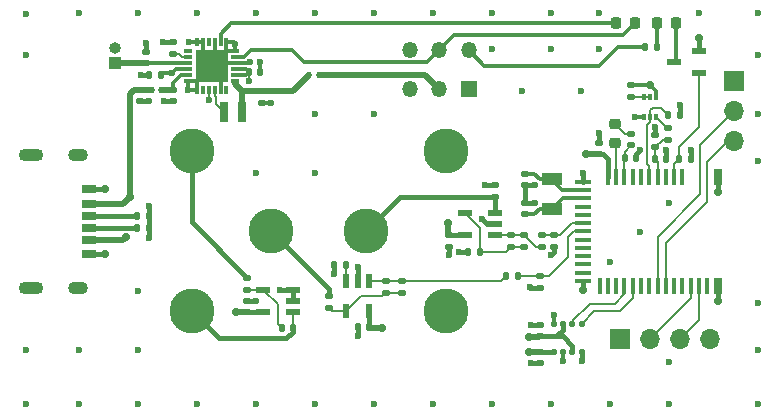
<source format=gtl>
%TF.GenerationSoftware,KiCad,Pcbnew,8.0.2-1*%
%TF.CreationDate,2024-09-30T14:56:41+09:00*%
%TF.ProjectId,gas_nrf52832,6761735f-6e72-4663-9532-3833322e6b69,rev?*%
%TF.SameCoordinates,Original*%
%TF.FileFunction,Copper,L1,Top*%
%TF.FilePolarity,Positive*%
%FSLAX46Y46*%
G04 Gerber Fmt 4.6, Leading zero omitted, Abs format (unit mm)*
G04 Created by KiCad (PCBNEW 8.0.2-1) date 2024-09-30 14:56:41*
%MOMM*%
%LPD*%
G01*
G04 APERTURE LIST*
G04 Aperture macros list*
%AMRoundRect*
0 Rectangle with rounded corners*
0 $1 Rounding radius*
0 $2 $3 $4 $5 $6 $7 $8 $9 X,Y pos of 4 corners*
0 Add a 4 corners polygon primitive as box body*
4,1,4,$2,$3,$4,$5,$6,$7,$8,$9,$2,$3,0*
0 Add four circle primitives for the rounded corners*
1,1,$1+$1,$2,$3*
1,1,$1+$1,$4,$5*
1,1,$1+$1,$6,$7*
1,1,$1+$1,$8,$9*
0 Add four rect primitives between the rounded corners*
20,1,$1+$1,$2,$3,$4,$5,0*
20,1,$1+$1,$4,$5,$6,$7,0*
20,1,$1+$1,$6,$7,$8,$9,0*
20,1,$1+$1,$8,$9,$2,$3,0*%
G04 Aperture macros list end*
%TA.AperFunction,SMDPad,CuDef*%
%ADD10RoundRect,0.135000X-0.185000X0.135000X-0.185000X-0.135000X0.185000X-0.135000X0.185000X0.135000X0*%
%TD*%
%TA.AperFunction,SMDPad,CuDef*%
%ADD11RoundRect,0.135000X-0.135000X-0.185000X0.135000X-0.185000X0.135000X0.185000X-0.135000X0.185000X0*%
%TD*%
%TA.AperFunction,SMDPad,CuDef*%
%ADD12R,0.800000X1.800000*%
%TD*%
%TA.AperFunction,SMDPad,CuDef*%
%ADD13RoundRect,0.140000X-0.170000X0.140000X-0.170000X-0.140000X0.170000X-0.140000X0.170000X0.140000X0*%
%TD*%
%TA.AperFunction,SMDPad,CuDef*%
%ADD14RoundRect,0.218750X-0.218750X-0.256250X0.218750X-0.256250X0.218750X0.256250X-0.218750X0.256250X0*%
%TD*%
%TA.AperFunction,ComponentPad*%
%ADD15R,1.000000X1.000000*%
%TD*%
%TA.AperFunction,ComponentPad*%
%ADD16O,1.000000X1.000000*%
%TD*%
%TA.AperFunction,ComponentPad*%
%ADD17R,1.700000X1.700000*%
%TD*%
%TA.AperFunction,ComponentPad*%
%ADD18O,1.700000X1.700000*%
%TD*%
%TA.AperFunction,SMDPad,CuDef*%
%ADD19R,1.800000X1.000000*%
%TD*%
%TA.AperFunction,SMDPad,CuDef*%
%ADD20RoundRect,0.140000X-0.140000X-0.170000X0.140000X-0.170000X0.140000X0.170000X-0.140000X0.170000X0*%
%TD*%
%TA.AperFunction,SMDPad,CuDef*%
%ADD21R,0.400000X0.500000*%
%TD*%
%TA.AperFunction,ComponentPad*%
%ADD22R,1.350000X1.350000*%
%TD*%
%TA.AperFunction,ComponentPad*%
%ADD23O,1.350000X1.350000*%
%TD*%
%TA.AperFunction,SMDPad,CuDef*%
%ADD24R,0.800000X0.300000*%
%TD*%
%TA.AperFunction,SMDPad,CuDef*%
%ADD25R,0.300000X0.800000*%
%TD*%
%TA.AperFunction,SMDPad,CuDef*%
%ADD26R,2.800000X2.800000*%
%TD*%
%TA.AperFunction,SMDPad,CuDef*%
%ADD27RoundRect,0.140000X0.140000X0.170000X-0.140000X0.170000X-0.140000X-0.170000X0.140000X-0.170000X0*%
%TD*%
%TA.AperFunction,SMDPad,CuDef*%
%ADD28RoundRect,0.140000X0.170000X-0.140000X0.170000X0.140000X-0.170000X0.140000X-0.170000X-0.140000X0*%
%TD*%
%TA.AperFunction,SMDPad,CuDef*%
%ADD29R,0.300000X0.492000*%
%TD*%
%TA.AperFunction,SMDPad,CuDef*%
%ADD30RoundRect,0.218750X0.256250X-0.218750X0.256250X0.218750X-0.256250X0.218750X-0.256250X-0.218750X0*%
%TD*%
%TA.AperFunction,SMDPad,CuDef*%
%ADD31R,1.200000X0.600000*%
%TD*%
%TA.AperFunction,SMDPad,CuDef*%
%ADD32RoundRect,0.125000X-0.125000X-0.137500X0.125000X-0.137500X0.125000X0.137500X-0.125000X0.137500X0*%
%TD*%
%TA.AperFunction,SMDPad,CuDef*%
%ADD33RoundRect,0.147500X-0.172500X0.147500X-0.172500X-0.147500X0.172500X-0.147500X0.172500X0.147500X0*%
%TD*%
%TA.AperFunction,SMDPad,CuDef*%
%ADD34R,0.800000X1.400000*%
%TD*%
%TA.AperFunction,SMDPad,CuDef*%
%ADD35R,0.400000X1.400000*%
%TD*%
%TA.AperFunction,SMDPad,CuDef*%
%ADD36R,1.400000X0.400000*%
%TD*%
%TA.AperFunction,SMDPad,CuDef*%
%ADD37RoundRect,0.135000X0.135000X0.185000X-0.135000X0.185000X-0.135000X-0.185000X0.135000X-0.185000X0*%
%TD*%
%TA.AperFunction,SMDPad,CuDef*%
%ADD38RoundRect,0.135000X0.185000X-0.135000X0.185000X0.135000X-0.185000X0.135000X-0.185000X-0.135000X0*%
%TD*%
%TA.AperFunction,SMDPad,CuDef*%
%ADD39R,1.250000X0.600000*%
%TD*%
%TA.AperFunction,SMDPad,CuDef*%
%ADD40RoundRect,0.218750X0.218750X0.256250X-0.218750X0.256250X-0.218750X-0.256250X0.218750X-0.256250X0*%
%TD*%
%TA.AperFunction,SMDPad,CuDef*%
%ADD41R,1.200000X0.700000*%
%TD*%
%TA.AperFunction,SMDPad,CuDef*%
%ADD42R,1.200000X0.760000*%
%TD*%
%TA.AperFunction,SMDPad,CuDef*%
%ADD43R,1.200000X0.800000*%
%TD*%
%TA.AperFunction,ComponentPad*%
%ADD44O,2.100000X1.100000*%
%TD*%
%TA.AperFunction,ComponentPad*%
%ADD45O,1.700000X1.100000*%
%TD*%
%TA.AperFunction,SMDPad,CuDef*%
%ADD46R,0.600000X1.200000*%
%TD*%
%TA.AperFunction,ComponentPad*%
%ADD47C,3.800000*%
%TD*%
%TA.AperFunction,ViaPad*%
%ADD48C,0.600000*%
%TD*%
%TA.AperFunction,ViaPad*%
%ADD49C,0.700000*%
%TD*%
%TA.AperFunction,Conductor*%
%ADD50C,0.400000*%
%TD*%
%TA.AperFunction,Conductor*%
%ADD51C,0.300000*%
%TD*%
%TA.AperFunction,Conductor*%
%ADD52C,0.500000*%
%TD*%
%TA.AperFunction,Conductor*%
%ADD53C,0.200000*%
%TD*%
G04 APERTURE END LIST*
D10*
X143825000Y-86765000D03*
X143825000Y-87785000D03*
D11*
X127985000Y-96660000D03*
X129005000Y-96660000D03*
D12*
X108850000Y-84795000D03*
X107250000Y-84795000D03*
D13*
X109220000Y-100795000D03*
X109220000Y-101755000D03*
D14*
X140512500Y-77300000D03*
X142087500Y-77300000D03*
D10*
X141775000Y-82500000D03*
X141775000Y-83520000D03*
D15*
X98080000Y-80640000D03*
D16*
X98080000Y-79370000D03*
D17*
X140820000Y-104000000D03*
D18*
X143360000Y-104000000D03*
X145900000Y-104000000D03*
X148440000Y-104000000D03*
D19*
X135050000Y-90500000D03*
X135050000Y-93000000D03*
D20*
X143795000Y-88800000D03*
X144755000Y-88800000D03*
D21*
X114510000Y-81710000D03*
X115310000Y-81710000D03*
D22*
X128000000Y-82900000D03*
D23*
X125500000Y-82900000D03*
X123000000Y-82900000D03*
X128000000Y-79600000D03*
X125500000Y-79600000D03*
X123000000Y-79600000D03*
D24*
X108250000Y-82170000D03*
X108250000Y-81670000D03*
X108250000Y-81170000D03*
X108250000Y-80670000D03*
X108250000Y-80170000D03*
X108250000Y-79670000D03*
D25*
X107500000Y-78920000D03*
X107000000Y-78920000D03*
X106500000Y-78920000D03*
X106000000Y-78920000D03*
X105500000Y-78920000D03*
X105000000Y-78920000D03*
D24*
X104250000Y-79670000D03*
X104250000Y-80170000D03*
X104250000Y-80670000D03*
X104250000Y-81170000D03*
X104250000Y-81670000D03*
X104250000Y-82170000D03*
D25*
X105000000Y-82920000D03*
X105500000Y-82920000D03*
X106000000Y-82920000D03*
X106500000Y-82920000D03*
X107000000Y-82920000D03*
X107500000Y-82920000D03*
D26*
X106250000Y-80920000D03*
D27*
X113125000Y-103125000D03*
X112165000Y-103125000D03*
D28*
X102950000Y-83895000D03*
X102950000Y-82935000D03*
D29*
X142850000Y-85200000D03*
X143350000Y-85200000D03*
X143850000Y-85200000D03*
X143850000Y-83532000D03*
X143350000Y-83532000D03*
X142850000Y-83532000D03*
D28*
X100175000Y-83895000D03*
X100175000Y-82935000D03*
D30*
X140400000Y-87437500D03*
X140400000Y-85862500D03*
D31*
X130220000Y-95260000D03*
X130220000Y-94310000D03*
X130220000Y-93360000D03*
X127720000Y-93360000D03*
X127720000Y-95260000D03*
D10*
X132695000Y-95250000D03*
X132695000Y-96270000D03*
D32*
X135190000Y-102765000D03*
X135990000Y-102765000D03*
X136790000Y-102765000D03*
X137590000Y-102765000D03*
X137590000Y-105140000D03*
X136790000Y-105140000D03*
X135990000Y-105140000D03*
X135190000Y-105140000D03*
D17*
X150500000Y-82235000D03*
D18*
X150500000Y-84775000D03*
X150500000Y-87315000D03*
D13*
X110475000Y-83080000D03*
X110475000Y-84040000D03*
D11*
X144890000Y-85050000D03*
X145910000Y-85050000D03*
D13*
X100710000Y-79710000D03*
X100710000Y-80670000D03*
D21*
X101200000Y-82945000D03*
X102000000Y-82945000D03*
D11*
X131190000Y-98700000D03*
X132210000Y-98700000D03*
D33*
X141750000Y-86665000D03*
X141750000Y-87635000D03*
D34*
X149100000Y-90327500D03*
D35*
X146100000Y-90327500D03*
X145400000Y-90327500D03*
X144700000Y-90327500D03*
X144000000Y-90327500D03*
X143300000Y-90327500D03*
X142600000Y-90327500D03*
X141900000Y-90327500D03*
X141200000Y-90327500D03*
X140500000Y-90327500D03*
X139800000Y-90327500D03*
D36*
X137700000Y-90727500D03*
X137700000Y-91427500D03*
X137700000Y-92127500D03*
X137700000Y-92827500D03*
X137700000Y-93527500D03*
X137700000Y-94227500D03*
X137700000Y-94927500D03*
X137700000Y-95627500D03*
X137700000Y-96327500D03*
X137700000Y-97027500D03*
X137700000Y-97727500D03*
X137700000Y-98427500D03*
X137700000Y-99127500D03*
D35*
X139100000Y-99527500D03*
X139800000Y-99527500D03*
X140500000Y-99527500D03*
X141200000Y-99527500D03*
X141900000Y-99527500D03*
X142600000Y-99527500D03*
X143300000Y-99527500D03*
X144000000Y-99527500D03*
X144700000Y-99527500D03*
X145400000Y-99527500D03*
X146100000Y-99527500D03*
X146800000Y-99527500D03*
X147500000Y-99527500D03*
X148200000Y-99527500D03*
D34*
X149100000Y-99527500D03*
D37*
X146850000Y-88800000D03*
X145830000Y-88800000D03*
D28*
X134010000Y-99680000D03*
X134010000Y-98720000D03*
D20*
X141220000Y-88750000D03*
X142180000Y-88750000D03*
D13*
X120970000Y-99145000D03*
X120970000Y-100105000D03*
D38*
X130220000Y-91990000D03*
X130220000Y-90970000D03*
X116200000Y-101435000D03*
X116200000Y-100415000D03*
D28*
X126320000Y-96215000D03*
X126320000Y-95255000D03*
D38*
X109220000Y-99860000D03*
X109220000Y-98840000D03*
D28*
X132800000Y-91000000D03*
X132800000Y-90040000D03*
D31*
X113120000Y-101750000D03*
X113120000Y-100800000D03*
X113120000Y-99850000D03*
X110620000Y-99850000D03*
X110620000Y-101750000D03*
D37*
X143960000Y-79300000D03*
X142940000Y-79300000D03*
D20*
X118600000Y-103050000D03*
X119560000Y-103050000D03*
D13*
X134065000Y-102840000D03*
X134065000Y-103800000D03*
D39*
X147525000Y-81550000D03*
X147525000Y-79640000D03*
X145425000Y-80595000D03*
D11*
X99940000Y-94625000D03*
X100960000Y-94625000D03*
D10*
X122400000Y-99140000D03*
X122400000Y-100160000D03*
D40*
X145537500Y-77300000D03*
X143962500Y-77300000D03*
D27*
X101930000Y-81695000D03*
X100970000Y-81695000D03*
D28*
X139000000Y-88380000D03*
X139000000Y-87420000D03*
D38*
X134200000Y-96265000D03*
X134200000Y-95245000D03*
D10*
X102985000Y-78920000D03*
X102985000Y-79940000D03*
D11*
X99940000Y-93600000D03*
X100960000Y-93600000D03*
D38*
X144925000Y-87175000D03*
X144925000Y-86155000D03*
D13*
X132800000Y-92520000D03*
X132800000Y-93480000D03*
D41*
X95900000Y-93610000D03*
D42*
X95900000Y-95630000D03*
D43*
X95900000Y-96860000D03*
D41*
X95900000Y-94610000D03*
D42*
X95900000Y-92590000D03*
D43*
X95900000Y-91360000D03*
D44*
X90950000Y-88490000D03*
X90950000Y-99730000D03*
D45*
X94950000Y-88490000D03*
X94950000Y-99730000D03*
D28*
X134065000Y-106095000D03*
X134065000Y-105135000D03*
D37*
X117650000Y-97750000D03*
X116630000Y-97750000D03*
D13*
X131630000Y-95260000D03*
X131630000Y-96220000D03*
D46*
X119550000Y-99150000D03*
X118600000Y-99150000D03*
X117650000Y-99150000D03*
X117650000Y-101650000D03*
X119550000Y-101650000D03*
D28*
X135270000Y-96215000D03*
X135270000Y-95255000D03*
D27*
X110350000Y-81420000D03*
X109390000Y-81420000D03*
D47*
X104550000Y-101650000D03*
X104550000Y-88150000D03*
X111300000Y-94900000D03*
X119300000Y-94900000D03*
X126050000Y-88150000D03*
X126050000Y-101650000D03*
D48*
X143825000Y-86075000D03*
X116625000Y-98550000D03*
X95000000Y-105000000D03*
X146850000Y-88025000D03*
X105500000Y-80070000D03*
X115000000Y-76450000D03*
X115000000Y-109500000D03*
X115000000Y-85000000D03*
X135990000Y-105865000D03*
X137500000Y-83000000D03*
X90500000Y-109500000D03*
X100000000Y-109500000D03*
X125000000Y-109500000D03*
X133265000Y-106095000D03*
X140000000Y-97500000D03*
X112020000Y-99850000D03*
X130000000Y-109500000D03*
X133600000Y-92500000D03*
X127195000Y-96635000D03*
X118600000Y-103825000D03*
X108250000Y-79020000D03*
X100000000Y-100000000D03*
X130000000Y-76450000D03*
X142526054Y-88024813D03*
X111305000Y-84040000D03*
X152500000Y-80000000D03*
X135000000Y-76450000D03*
X129375000Y-90975000D03*
X145000000Y-109500000D03*
X104350000Y-78895000D03*
X130000000Y-79500000D03*
X110350000Y-80620000D03*
X110000000Y-76450000D03*
X104250000Y-82945000D03*
X139000000Y-76450000D03*
X133230000Y-99670000D03*
X100960000Y-92760000D03*
X152500000Y-109500000D03*
X90500000Y-76500000D03*
X110000000Y-109500000D03*
X135190000Y-101965000D03*
D49*
X147525000Y-78525000D03*
D48*
X120000000Y-85000000D03*
X100000000Y-76450000D03*
X140000000Y-109500000D03*
X95000000Y-109500000D03*
X100275000Y-81695000D03*
D49*
X97210000Y-96870000D03*
D48*
X135000000Y-109500000D03*
X110000000Y-90000000D03*
X100000000Y-105000000D03*
X107000000Y-80070000D03*
X105000000Y-109500000D03*
X95000000Y-76450000D03*
X152500000Y-85000000D03*
X118600000Y-97950000D03*
X139000000Y-79500000D03*
X129106765Y-93898235D03*
X152500000Y-105000000D03*
X142050000Y-85200000D03*
X100975000Y-83895000D03*
X135000000Y-79500000D03*
X90500000Y-80000000D03*
X125000000Y-76450000D03*
X145000000Y-106000000D03*
X126320000Y-96960000D03*
X133265000Y-102845000D03*
D49*
X97210000Y-91380000D03*
X149100000Y-100850000D03*
D48*
X102150000Y-78895000D03*
X107000000Y-81670000D03*
X105000000Y-76450000D03*
X144750000Y-88025000D03*
X152500000Y-101000000D03*
X145000000Y-92500000D03*
X152500000Y-89000000D03*
X152500000Y-76450000D03*
X142500000Y-95000000D03*
X137700000Y-90000000D03*
X120000000Y-76450000D03*
X133600000Y-91000000D03*
D49*
X137700000Y-99900000D03*
D48*
X145925000Y-84225000D03*
X134965000Y-96950000D03*
X109995000Y-100800000D03*
X105500000Y-81670000D03*
X90510000Y-105000000D03*
X100725000Y-78945000D03*
D49*
X149100000Y-91600000D03*
D48*
X147500000Y-76450000D03*
X100950000Y-95450000D03*
X102175000Y-83895000D03*
X109465181Y-80607187D03*
X132500000Y-83000000D03*
X137590000Y-105870000D03*
X139000000Y-86600000D03*
X120000000Y-109500000D03*
X115000000Y-90000000D03*
D49*
X143330000Y-82500000D03*
X133096000Y-105156000D03*
X133096000Y-103886000D03*
X126238000Y-94234000D03*
X137922000Y-88392000D03*
X120650000Y-103124000D03*
X108340000Y-101740000D03*
D48*
X109400000Y-82220000D03*
X106000000Y-83820000D03*
X102865380Y-81535380D03*
D49*
X99300000Y-92025000D03*
X98985000Y-95435000D03*
D50*
X100960000Y-95440000D02*
X100950000Y-95450000D01*
D51*
X105500000Y-80170000D02*
X106200000Y-80870000D01*
D50*
X137700000Y-90000000D02*
X137700000Y-90727500D01*
X127220000Y-96660000D02*
X127195000Y-96635000D01*
X95900000Y-96870000D02*
X97210000Y-96870000D01*
X129106765Y-93898235D02*
X129518530Y-94310000D01*
X127985000Y-96660000D02*
X127220000Y-96660000D01*
X97210000Y-91380000D02*
X95910000Y-91380000D01*
X100970000Y-81695000D02*
X100275000Y-81695000D01*
D51*
X109465181Y-80607187D02*
X109402368Y-80670000D01*
X106250000Y-80920000D02*
X106250000Y-80920000D01*
D50*
X100960000Y-92760000D02*
X100960000Y-93600000D01*
X134065000Y-102840000D02*
X133270000Y-102840000D01*
X143825000Y-86765000D02*
X143825000Y-86075000D01*
X133270000Y-102840000D02*
X133265000Y-102845000D01*
X132800000Y-91000000D02*
X132800000Y-92520000D01*
X100175000Y-83895000D02*
X100975000Y-83895000D01*
X109990000Y-100795000D02*
X109995000Y-100800000D01*
D51*
X107000000Y-82920000D02*
X107000000Y-81670000D01*
X105500000Y-80170000D02*
X106250000Y-80920000D01*
D50*
X137700000Y-99127500D02*
X137700000Y-99900000D01*
D51*
X109402368Y-80670000D02*
X108250000Y-80670000D01*
D50*
X118600000Y-103050000D02*
X118600000Y-103825000D01*
D51*
X108150000Y-78920000D02*
X108250000Y-79020000D01*
D50*
X129518530Y-94310000D02*
X130220000Y-94310000D01*
D51*
X142850000Y-85200000D02*
X142050000Y-85200000D01*
X107000000Y-80070000D02*
X107000000Y-80170000D01*
X105000000Y-78920000D02*
X105500000Y-78920000D01*
X104250000Y-82945000D02*
X104975000Y-82945000D01*
X105500000Y-78920000D02*
X105500000Y-80170000D01*
D50*
X134010000Y-99680000D02*
X133240000Y-99680000D01*
X109220000Y-100795000D02*
X109990000Y-100795000D01*
X149100000Y-90327500D02*
X149100000Y-91600000D01*
X116630000Y-97750000D02*
X116630000Y-98545000D01*
D51*
X106250000Y-80870000D02*
X106250000Y-80920000D01*
X108250000Y-79670000D02*
X108250000Y-79020000D01*
X105500000Y-81670000D02*
X106250000Y-80920000D01*
X107500000Y-78920000D02*
X108150000Y-78920000D01*
D50*
X95910000Y-91380000D02*
X95900000Y-91370000D01*
D51*
X105000000Y-82170000D02*
X105500000Y-81670000D01*
D50*
X139000000Y-87420000D02*
X139000000Y-86600000D01*
X132800000Y-92520000D02*
X133580000Y-92520000D01*
X116630000Y-98545000D02*
X116625000Y-98550000D01*
X130220000Y-90970000D02*
X129380000Y-90970000D01*
D51*
X107000000Y-81670000D02*
X106250000Y-80920000D01*
X135190000Y-102765000D02*
X135190000Y-101965000D01*
X135990000Y-105140000D02*
X135990000Y-105865000D01*
D50*
X147525000Y-79640000D02*
X147525000Y-78525000D01*
X132800000Y-91000000D02*
X133600000Y-91000000D01*
X100710000Y-79710000D02*
X100710000Y-78960000D01*
X129380000Y-90970000D02*
X129375000Y-90975000D01*
D51*
X104250000Y-82170000D02*
X105000000Y-82170000D01*
X107000000Y-80170000D02*
X106250000Y-80920000D01*
D50*
X146850000Y-88800000D02*
X146850000Y-88025000D01*
D51*
X105000000Y-78920000D02*
X104375000Y-78920000D01*
X107500000Y-78920000D02*
X107500000Y-79670000D01*
D50*
X149100000Y-99527500D02*
X149100000Y-100850000D01*
X100960000Y-93600000D02*
X100960000Y-94625000D01*
X126320000Y-96215000D02*
X126320000Y-96960000D01*
X134965000Y-96950000D02*
X135270000Y-96645000D01*
X100960000Y-94625000D02*
X100960000Y-95440000D01*
D51*
X110350000Y-81420000D02*
X110350000Y-80620000D01*
X105000000Y-82920000D02*
X105000000Y-82170000D01*
X105500000Y-80070000D02*
X105500000Y-80170000D01*
X104375000Y-78920000D02*
X104350000Y-78895000D01*
X108250000Y-80670000D02*
X106500000Y-80670000D01*
D50*
X100710000Y-78960000D02*
X100725000Y-78945000D01*
X142526054Y-88024813D02*
X142180000Y-88370867D01*
X135270000Y-96645000D02*
X135270000Y-96215000D01*
X113120000Y-99850000D02*
X112020000Y-99850000D01*
X145910000Y-85050000D02*
X145910000Y-84240000D01*
X118600000Y-99150000D02*
X118600000Y-97950000D01*
X113120000Y-100800000D02*
X113120000Y-99850000D01*
D51*
X104975000Y-82945000D02*
X105000000Y-82920000D01*
X108250000Y-79670000D02*
X107500000Y-79670000D01*
X110475000Y-84040000D02*
X111305000Y-84040000D01*
X106500000Y-80670000D02*
X106250000Y-80920000D01*
D50*
X133240000Y-99680000D02*
X133230000Y-99670000D01*
X145910000Y-84240000D02*
X145925000Y-84225000D01*
X102985000Y-78920000D02*
X102175000Y-78920000D01*
X142180000Y-88370867D02*
X142180000Y-88750000D01*
D51*
X107100000Y-80070000D02*
X107000000Y-80070000D01*
X106200000Y-80870000D02*
X106250000Y-80870000D01*
X107500000Y-79670000D02*
X107100000Y-80070000D01*
D50*
X134065000Y-106095000D02*
X133265000Y-106095000D01*
X144755000Y-88030000D02*
X144750000Y-88025000D01*
X102175000Y-78920000D02*
X102150000Y-78895000D01*
D51*
X106500000Y-78920000D02*
X106500000Y-80670000D01*
D50*
X144755000Y-88800000D02*
X144755000Y-88030000D01*
X102175000Y-83895000D02*
X102950000Y-83895000D01*
X137590000Y-105140000D02*
X137590000Y-105870000D01*
D51*
X104250000Y-82170000D02*
X104250000Y-82945000D01*
X143850000Y-83020000D02*
X143850000Y-83532000D01*
X143330000Y-82500000D02*
X141775000Y-82500000D01*
D52*
X100710000Y-80670000D02*
X98110000Y-80670000D01*
D51*
X143330000Y-82500000D02*
X143850000Y-83020000D01*
D52*
X141780000Y-82495000D02*
X141775000Y-82500000D01*
X98110000Y-80670000D02*
X98080000Y-80640000D01*
D50*
X100685000Y-80645000D02*
X100710000Y-80670000D01*
D51*
X104250000Y-80670000D02*
X100710000Y-80670000D01*
X134019239Y-90500000D02*
X133559239Y-90040000D01*
X137700000Y-91427500D02*
X135927500Y-91427500D01*
X133559239Y-90040000D02*
X132800000Y-90040000D01*
X135927500Y-91427500D02*
X135050000Y-90550000D01*
X135050000Y-90550000D02*
X135050000Y-90500000D01*
X135050000Y-90500000D02*
X134019239Y-90500000D01*
X135972500Y-92127500D02*
X135100000Y-93000000D01*
X134019239Y-93000000D02*
X133539239Y-93480000D01*
X137700000Y-92127500D02*
X135972500Y-92127500D01*
X135050000Y-93000000D02*
X134019239Y-93000000D01*
D53*
X134900000Y-93150000D02*
X135050000Y-93000000D01*
D51*
X135100000Y-93000000D02*
X135050000Y-93000000D01*
X133539239Y-93480000D02*
X132800000Y-93480000D01*
D53*
X141200000Y-90327500D02*
X141200000Y-88770000D01*
X141220000Y-88165000D02*
X141750000Y-87635000D01*
X141220000Y-88750000D02*
X141220000Y-88165000D01*
X141200000Y-88770000D02*
X141220000Y-88750000D01*
D50*
X139800000Y-90327500D02*
X139800000Y-88800000D01*
D52*
X126238000Y-95173000D02*
X126320000Y-95255000D01*
D53*
X133840000Y-103905000D02*
X133940000Y-103805000D01*
D50*
X135185000Y-105135000D02*
X135190000Y-105140000D01*
X135990000Y-103245000D02*
X135435000Y-103800000D01*
D52*
X120650000Y-103124000D02*
X119634000Y-103124000D01*
D50*
X135435000Y-103800000D02*
X135970000Y-103800000D01*
D52*
X133979000Y-103886000D02*
X134065000Y-103800000D01*
D50*
X110615000Y-101755000D02*
X110620000Y-101750000D01*
X119560000Y-101660000D02*
X119550000Y-101650000D01*
D52*
X137922000Y-88392000D02*
X138988000Y-88392000D01*
D50*
X139800000Y-88800000D02*
X139380000Y-88380000D01*
X126320000Y-95255000D02*
X127715000Y-95255000D01*
X135970000Y-103800000D02*
X136790000Y-104620000D01*
D52*
X119634000Y-103124000D02*
X119560000Y-103050000D01*
X110610000Y-101760000D02*
X110620000Y-101750000D01*
X108340000Y-101740000D02*
X109205000Y-101740000D01*
D50*
X127715000Y-95255000D02*
X127720000Y-95260000D01*
X135990000Y-102765000D02*
X135990000Y-103245000D01*
X135435000Y-103800000D02*
X134065000Y-103800000D01*
X134065000Y-105135000D02*
X135185000Y-105135000D01*
D52*
X138980000Y-88400000D02*
X139000000Y-88380000D01*
X126238000Y-94234000D02*
X126238000Y-95173000D01*
X134044000Y-105156000D02*
X134065000Y-105135000D01*
D50*
X139810000Y-90317500D02*
X139800000Y-90327500D01*
D52*
X109205000Y-101740000D02*
X109220000Y-101755000D01*
D50*
X136790000Y-104620000D02*
X136790000Y-105140000D01*
D52*
X133096000Y-103886000D02*
X133979000Y-103886000D01*
D50*
X139380000Y-88380000D02*
X139000000Y-88380000D01*
X119560000Y-103050000D02*
X119560000Y-101660000D01*
X109220000Y-101755000D02*
X110615000Y-101755000D01*
D52*
X138988000Y-88392000D02*
X139000000Y-88380000D01*
X133096000Y-105156000D02*
X134044000Y-105156000D01*
D51*
X108250000Y-81670000D02*
X109140000Y-81670000D01*
D53*
X109390000Y-81420000D02*
X109390000Y-82210000D01*
D51*
X109140000Y-81170000D02*
X109390000Y-81420000D01*
D53*
X106000000Y-83820000D02*
X106000000Y-82920000D01*
X109390000Y-82210000D02*
X109400000Y-82220000D01*
D51*
X109140000Y-81670000D02*
X109390000Y-81420000D01*
X108250000Y-81170000D02*
X109140000Y-81170000D01*
X108983129Y-80170000D02*
X109558129Y-79595000D01*
X124475000Y-80625000D02*
X125500000Y-79600000D01*
X102865380Y-81535380D02*
X102089620Y-81535380D01*
X142087500Y-77300000D02*
X141087500Y-78300000D01*
X103230760Y-81170000D02*
X104250000Y-81170000D01*
X109558129Y-79595000D02*
X113050000Y-79595000D01*
X126800000Y-78300000D02*
X127090000Y-78300000D01*
X141087500Y-78300000D02*
X127090000Y-78300000D01*
X102865380Y-81535380D02*
X103230760Y-81170000D01*
X108250000Y-80170000D02*
X108983129Y-80170000D01*
X114080000Y-80625000D02*
X124475000Y-80625000D01*
X102089620Y-81535380D02*
X101930000Y-81695000D01*
X125500000Y-79600000D02*
X126800000Y-78300000D01*
X113050000Y-79595000D02*
X114080000Y-80625000D01*
D52*
X102940000Y-82945000D02*
X102950000Y-82935000D01*
D51*
X102950000Y-82370000D02*
X103650000Y-81670000D01*
X103650000Y-81670000D02*
X104250000Y-81670000D01*
X102950000Y-82935000D02*
X102950000Y-82370000D01*
D52*
X102000000Y-82945000D02*
X102940000Y-82945000D01*
X113140000Y-83080000D02*
X114510000Y-81710000D01*
X110475000Y-83080000D02*
X108860000Y-83080000D01*
X108850000Y-84795000D02*
X108850000Y-83190000D01*
X108860000Y-83080000D02*
X108850000Y-83070000D01*
X108850000Y-83070000D02*
X108250000Y-82470000D01*
X108850000Y-83190000D02*
X108850000Y-83070000D01*
X108250000Y-82270000D02*
X108250000Y-82470000D01*
X110475000Y-83080000D02*
X113140000Y-83080000D01*
D53*
X112165000Y-103125000D02*
X111845000Y-102805000D01*
X111845000Y-101075000D02*
X110620000Y-99850000D01*
X109230000Y-99850000D02*
X109220000Y-99860000D01*
X110620000Y-99850000D02*
X109230000Y-99850000D01*
X111845000Y-102805000D02*
X111845000Y-101075000D01*
D50*
X104550000Y-101650000D02*
X106890000Y-103990000D01*
D53*
X113120000Y-101750000D02*
X113120000Y-103120000D01*
D50*
X106890000Y-103990000D02*
X112569999Y-103990000D01*
D53*
X113125000Y-103225000D02*
X113125000Y-103125000D01*
X113120000Y-103120000D02*
X113125000Y-103125000D01*
D50*
X113125000Y-103434999D02*
X113125000Y-103125000D01*
X112569999Y-103990000D02*
X113125000Y-103434999D01*
D53*
X137697500Y-94225000D02*
X137700000Y-94227500D01*
X136772500Y-94227500D02*
X135745000Y-95255000D01*
X136772500Y-94227500D02*
X137700000Y-94227500D01*
X134310000Y-95085000D02*
X134135000Y-95085000D01*
X135745000Y-95255000D02*
X135270000Y-95255000D01*
X134200000Y-95245000D02*
X135260000Y-95245000D01*
X144925000Y-87175000D02*
X144435000Y-87175000D01*
X144000000Y-89005000D02*
X143795000Y-88800000D01*
X143825000Y-88770000D02*
X143795000Y-88800000D01*
X144435000Y-87175000D02*
X143825000Y-87785000D01*
X144000000Y-90327500D02*
X144000000Y-89005000D01*
X143825000Y-87785000D02*
X143825000Y-88770000D01*
X131620000Y-96220000D02*
X132645000Y-96220000D01*
X129005000Y-96660000D02*
X131180000Y-96660000D01*
X129005000Y-94645000D02*
X129005000Y-96660000D01*
X131180000Y-96660000D02*
X131620000Y-96220000D01*
X132645000Y-96220000D02*
X132695000Y-96270000D01*
X127720000Y-93360000D02*
X129005000Y-94645000D01*
X132685000Y-95260000D02*
X132695000Y-95250000D01*
X133710000Y-96265000D02*
X132695000Y-95250000D01*
X131630000Y-95260000D02*
X132685000Y-95260000D01*
X130220000Y-95260000D02*
X131630000Y-95260000D01*
X134200000Y-96265000D02*
X133710000Y-96265000D01*
X120970000Y-99145000D02*
X122395000Y-99145000D01*
X120965000Y-99150000D02*
X120970000Y-99145000D01*
X122395000Y-99145000D02*
X122400000Y-99140000D01*
X130750000Y-99140000D02*
X131190000Y-98700000D01*
X119550000Y-99150000D02*
X120965000Y-99150000D01*
X122400000Y-99140000D02*
X130750000Y-99140000D01*
X120970000Y-100105000D02*
X122345000Y-100105000D01*
X120970000Y-100105000D02*
X120650000Y-100425000D01*
X122345000Y-100105000D02*
X122400000Y-100160000D01*
X116415000Y-101650000D02*
X116200000Y-101435000D01*
X120650000Y-100425000D02*
X118875000Y-100425000D01*
X121025000Y-100160000D02*
X120970000Y-100105000D01*
X117650000Y-101650000D02*
X116415000Y-101650000D01*
X118875000Y-100425000D02*
X117650000Y-101650000D01*
X136400000Y-97100000D02*
X136400000Y-95427500D01*
X132230000Y-98720000D02*
X132210000Y-98700000D01*
X136900000Y-94927500D02*
X137700000Y-94927500D01*
X136400000Y-95427500D02*
X136900000Y-94927500D01*
X134780000Y-98720000D02*
X136400000Y-97100000D01*
X134010000Y-98720000D02*
X132230000Y-98720000D01*
X134780000Y-98720000D02*
X134010000Y-98720000D01*
D51*
X107900000Y-77295000D02*
X107000000Y-78195000D01*
X117845000Y-77295000D02*
X117850000Y-77300000D01*
X107900000Y-77295000D02*
X117845000Y-77295000D01*
X140512500Y-77300000D02*
X117850000Y-77300000D01*
X107000000Y-78195000D02*
X107000000Y-78920000D01*
X145537500Y-80482500D02*
X145425000Y-80595000D01*
X145537500Y-77300000D02*
X145537500Y-80482500D01*
X143960000Y-77302500D02*
X143962500Y-77300000D01*
X143960000Y-79300000D02*
X143960000Y-77302500D01*
D53*
X147625000Y-87650000D02*
X147625000Y-91750000D01*
X144000000Y-95375000D02*
X144000000Y-99527500D01*
X147625000Y-91750000D02*
X144000000Y-95375000D01*
X150500000Y-84775000D02*
X147625000Y-87650000D01*
X147525000Y-81550000D02*
X147525000Y-86100000D01*
X145400000Y-89230000D02*
X145400000Y-90327500D01*
X147525000Y-86100000D02*
X145830000Y-87795000D01*
X145830000Y-88800000D02*
X145400000Y-89230000D01*
X145830000Y-87795000D02*
X145830000Y-88800000D01*
X149935000Y-87315000D02*
X148175000Y-89075000D01*
X150500000Y-87315000D02*
X149935000Y-87315000D01*
X148175000Y-89075000D02*
X148175000Y-92400000D01*
X144700000Y-95875000D02*
X144700000Y-99527500D01*
X148175000Y-92400000D02*
X144700000Y-95875000D01*
X147500000Y-99527500D02*
X147500000Y-102400000D01*
X147500000Y-102400000D02*
X145900000Y-104000000D01*
X146800000Y-100560000D02*
X143360000Y-104000000D01*
X146800000Y-99527500D02*
X146800000Y-100560000D01*
X140405000Y-101045000D02*
X141200000Y-100250000D01*
X136790000Y-102765000D02*
X136790000Y-102502501D01*
X138247501Y-101045000D02*
X140405000Y-101045000D01*
X141200000Y-100250000D02*
X141200000Y-99527500D01*
X136790000Y-102502501D02*
X138247501Y-101045000D01*
X143575000Y-84450000D02*
X144290000Y-84450000D01*
X143350000Y-84675000D02*
X143575000Y-84450000D01*
X144290000Y-84450000D02*
X144890000Y-85050000D01*
X143350000Y-85696000D02*
X143350000Y-85200000D01*
X143300000Y-90327500D02*
X143300000Y-89427500D01*
X143300000Y-89427500D02*
X143126054Y-89253554D01*
X143126054Y-85919946D02*
X143350000Y-85696000D01*
X143350000Y-85200000D02*
X143350000Y-84675000D01*
X143126054Y-89253554D02*
X143126054Y-85919946D01*
X140500000Y-87537500D02*
X140400000Y-87437500D01*
X140500000Y-90327500D02*
X140500000Y-87537500D01*
X140788750Y-101700000D02*
X141900000Y-100588750D01*
X141900000Y-100588750D02*
X141900000Y-99527500D01*
X137590000Y-102765000D02*
X138655000Y-101700000D01*
X138655000Y-101700000D02*
X140788750Y-101700000D01*
D50*
X130220000Y-91990000D02*
X130220000Y-93360000D01*
X122210000Y-91990000D02*
X119300000Y-94900000D01*
X130220000Y-91990000D02*
X122210000Y-91990000D01*
D53*
X117650000Y-99150000D02*
X117650000Y-97750000D01*
X117640000Y-99140000D02*
X117650000Y-99150000D01*
X106500000Y-82920000D02*
X106500000Y-83471471D01*
X106600000Y-83571471D02*
X106600000Y-84145000D01*
X106600000Y-84145000D02*
X107250000Y-84795000D01*
X106500000Y-83471471D02*
X106600000Y-83571471D01*
X103470000Y-79940000D02*
X103700000Y-80170000D01*
X104250000Y-80170000D02*
X103700000Y-80170000D01*
X102985000Y-79940000D02*
X103470000Y-79940000D01*
D51*
X130130000Y-80900000D02*
X139025000Y-80900000D01*
X140625000Y-79300000D02*
X142940000Y-79300000D01*
X139025000Y-80900000D02*
X140625000Y-79300000D01*
X128000000Y-79600000D02*
X129300000Y-80900000D01*
X129300000Y-80900000D02*
X130130000Y-80900000D01*
D53*
X141202500Y-86665000D02*
X140400000Y-85862500D01*
X141750000Y-86665000D02*
X141202500Y-86665000D01*
X142838000Y-83520000D02*
X142850000Y-83532000D01*
X142850000Y-83532000D02*
X143350000Y-83532000D01*
X141775000Y-83520000D02*
X142838000Y-83520000D01*
D50*
X99920000Y-93620000D02*
X99940000Y-93600000D01*
X95900000Y-93620000D02*
X99920000Y-93620000D01*
X111300000Y-94900000D02*
X116200000Y-99800000D01*
X116200000Y-99800000D02*
X116200000Y-100415000D01*
X109220000Y-98840000D02*
X104550000Y-94170000D01*
X104550000Y-94170000D02*
X104550000Y-88150000D01*
X99935000Y-94620000D02*
X99940000Y-94625000D01*
X95900000Y-94620000D02*
X99935000Y-94620000D01*
D53*
X144805000Y-86155000D02*
X143850000Y-85200000D01*
X144925000Y-86155000D02*
X144805000Y-86155000D01*
D52*
X124310000Y-81710000D02*
X125500000Y-82900000D01*
X124310000Y-81710000D02*
X115310000Y-81710000D01*
D50*
X100165000Y-82945000D02*
X100175000Y-82935000D01*
D52*
X100165000Y-82945000D02*
X101200000Y-82945000D01*
X99655000Y-82945000D02*
X100165000Y-82945000D01*
X95900000Y-92600000D02*
X98725000Y-92600000D01*
D50*
X100185000Y-82945000D02*
X100175000Y-82935000D01*
D52*
X99300000Y-92025000D02*
X99300000Y-83300000D01*
X98780000Y-95640000D02*
X98985000Y-95435000D01*
X95900000Y-95640000D02*
X98780000Y-95640000D01*
X98725000Y-92600000D02*
X99300000Y-92025000D01*
X99300000Y-83300000D02*
X99655000Y-82945000D01*
M02*

</source>
